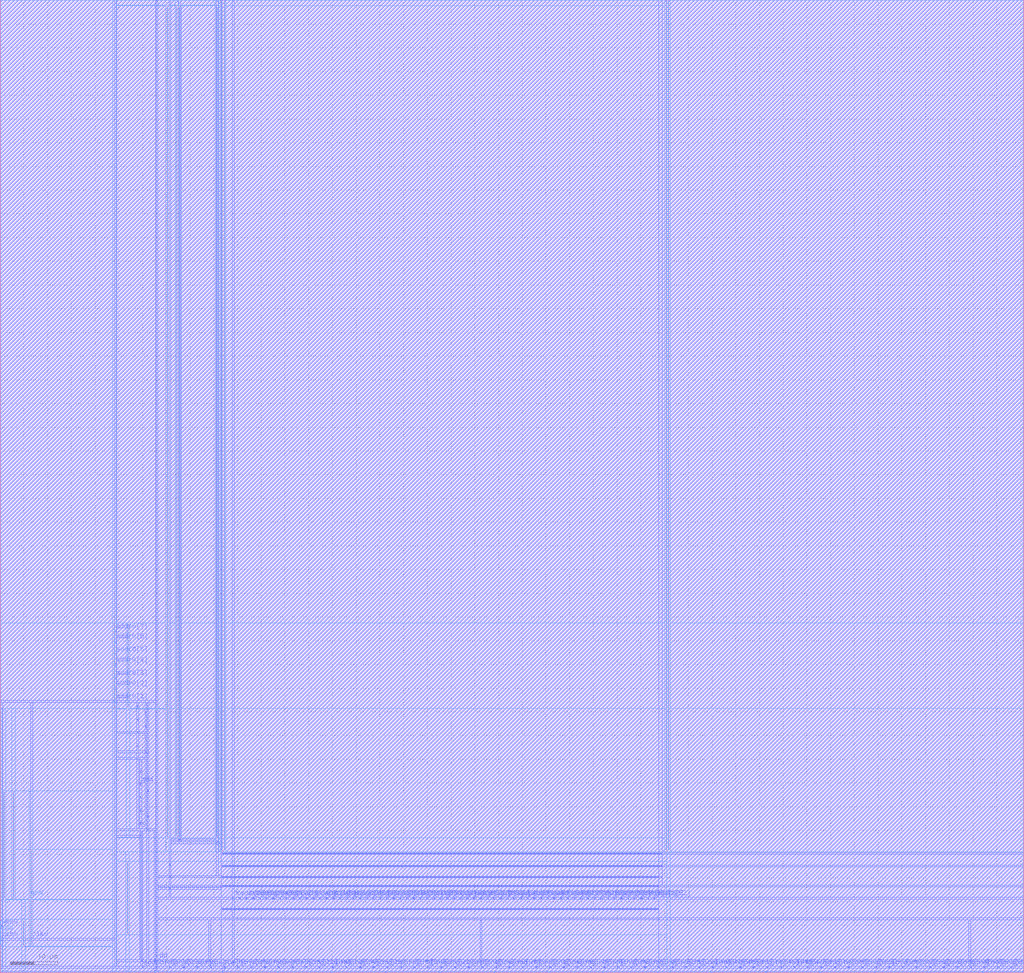
<source format=lef>
VERSION 5.4 ;
NAMESCASESENSITIVE ON ;
BUSBITCHARS "[]" ;
DIVIDERCHAR "/" ;
UNITS
  DATABASE MICRONS 2000 ;
END UNITS
MACRO freepdk45_sram_1rw0r_256x64
   CLASS BLOCK ;
   SIZE 215.705 BY 205.1375 ;
   SYMMETRY X Y R90 ;
   PIN din0[0]
      DIRECTION INPUT ;
      PORT
         LAYER metal3 ;
         RECT  32.88 1.105 33.015 1.24 ;
      END
   END din0[0]
   PIN din0[1]
      DIRECTION INPUT ;
      PORT
         LAYER metal3 ;
         RECT  35.74 1.105 35.875 1.24 ;
      END
   END din0[1]
   PIN din0[2]
      DIRECTION INPUT ;
      PORT
         LAYER metal3 ;
         RECT  38.6 1.105 38.735 1.24 ;
      END
   END din0[2]
   PIN din0[3]
      DIRECTION INPUT ;
      PORT
         LAYER metal3 ;
         RECT  41.46 1.105 41.595 1.24 ;
      END
   END din0[3]
   PIN din0[4]
      DIRECTION INPUT ;
      PORT
         LAYER metal3 ;
         RECT  44.32 1.105 44.455 1.24 ;
      END
   END din0[4]
   PIN din0[5]
      DIRECTION INPUT ;
      PORT
         LAYER metal3 ;
         RECT  47.18 1.105 47.315 1.24 ;
      END
   END din0[5]
   PIN din0[6]
      DIRECTION INPUT ;
      PORT
         LAYER metal3 ;
         RECT  50.04 1.105 50.175 1.24 ;
      END
   END din0[6]
   PIN din0[7]
      DIRECTION INPUT ;
      PORT
         LAYER metal3 ;
         RECT  52.9 1.105 53.035 1.24 ;
      END
   END din0[7]
   PIN din0[8]
      DIRECTION INPUT ;
      PORT
         LAYER metal3 ;
         RECT  55.76 1.105 55.895 1.24 ;
      END
   END din0[8]
   PIN din0[9]
      DIRECTION INPUT ;
      PORT
         LAYER metal3 ;
         RECT  58.62 1.105 58.755 1.24 ;
      END
   END din0[9]
   PIN din0[10]
      DIRECTION INPUT ;
      PORT
         LAYER metal3 ;
         RECT  61.48 1.105 61.615 1.24 ;
      END
   END din0[10]
   PIN din0[11]
      DIRECTION INPUT ;
      PORT
         LAYER metal3 ;
         RECT  64.34 1.105 64.475 1.24 ;
      END
   END din0[11]
   PIN din0[12]
      DIRECTION INPUT ;
      PORT
         LAYER metal3 ;
         RECT  67.2 1.105 67.335 1.24 ;
      END
   END din0[12]
   PIN din0[13]
      DIRECTION INPUT ;
      PORT
         LAYER metal3 ;
         RECT  70.06 1.105 70.195 1.24 ;
      END
   END din0[13]
   PIN din0[14]
      DIRECTION INPUT ;
      PORT
         LAYER metal3 ;
         RECT  72.92 1.105 73.055 1.24 ;
      END
   END din0[14]
   PIN din0[15]
      DIRECTION INPUT ;
      PORT
         LAYER metal3 ;
         RECT  75.78 1.105 75.915 1.24 ;
      END
   END din0[15]
   PIN din0[16]
      DIRECTION INPUT ;
      PORT
         LAYER metal3 ;
         RECT  78.64 1.105 78.775 1.24 ;
      END
   END din0[16]
   PIN din0[17]
      DIRECTION INPUT ;
      PORT
         LAYER metal3 ;
         RECT  81.5 1.105 81.635 1.24 ;
      END
   END din0[17]
   PIN din0[18]
      DIRECTION INPUT ;
      PORT
         LAYER metal3 ;
         RECT  84.36 1.105 84.495 1.24 ;
      END
   END din0[18]
   PIN din0[19]
      DIRECTION INPUT ;
      PORT
         LAYER metal3 ;
         RECT  87.22 1.105 87.355 1.24 ;
      END
   END din0[19]
   PIN din0[20]
      DIRECTION INPUT ;
      PORT
         LAYER metal3 ;
         RECT  90.08 1.105 90.215 1.24 ;
      END
   END din0[20]
   PIN din0[21]
      DIRECTION INPUT ;
      PORT
         LAYER metal3 ;
         RECT  92.94 1.105 93.075 1.24 ;
      END
   END din0[21]
   PIN din0[22]
      DIRECTION INPUT ;
      PORT
         LAYER metal3 ;
         RECT  95.8 1.105 95.935 1.24 ;
      END
   END din0[22]
   PIN din0[23]
      DIRECTION INPUT ;
      PORT
         LAYER metal3 ;
         RECT  98.66 1.105 98.795 1.24 ;
      END
   END din0[23]
   PIN din0[24]
      DIRECTION INPUT ;
      PORT
         LAYER metal3 ;
         RECT  101.52 1.105 101.655 1.24 ;
      END
   END din0[24]
   PIN din0[25]
      DIRECTION INPUT ;
      PORT
         LAYER metal3 ;
         RECT  104.38 1.105 104.515 1.24 ;
      END
   END din0[25]
   PIN din0[26]
      DIRECTION INPUT ;
      PORT
         LAYER metal3 ;
         RECT  107.24 1.105 107.375 1.24 ;
      END
   END din0[26]
   PIN din0[27]
      DIRECTION INPUT ;
      PORT
         LAYER metal3 ;
         RECT  110.1 1.105 110.235 1.24 ;
      END
   END din0[27]
   PIN din0[28]
      DIRECTION INPUT ;
      PORT
         LAYER metal3 ;
         RECT  112.96 1.105 113.095 1.24 ;
      END
   END din0[28]
   PIN din0[29]
      DIRECTION INPUT ;
      PORT
         LAYER metal3 ;
         RECT  115.82 1.105 115.955 1.24 ;
      END
   END din0[29]
   PIN din0[30]
      DIRECTION INPUT ;
      PORT
         LAYER metal3 ;
         RECT  118.68 1.105 118.815 1.24 ;
      END
   END din0[30]
   PIN din0[31]
      DIRECTION INPUT ;
      PORT
         LAYER metal3 ;
         RECT  121.54 1.105 121.675 1.24 ;
      END
   END din0[31]
   PIN din0[32]
      DIRECTION INPUT ;
      PORT
         LAYER metal3 ;
         RECT  124.4 1.105 124.535 1.24 ;
      END
   END din0[32]
   PIN din0[33]
      DIRECTION INPUT ;
      PORT
         LAYER metal3 ;
         RECT  127.26 1.105 127.395 1.24 ;
      END
   END din0[33]
   PIN din0[34]
      DIRECTION INPUT ;
      PORT
         LAYER metal3 ;
         RECT  130.12 1.105 130.255 1.24 ;
      END
   END din0[34]
   PIN din0[35]
      DIRECTION INPUT ;
      PORT
         LAYER metal3 ;
         RECT  132.98 1.105 133.115 1.24 ;
      END
   END din0[35]
   PIN din0[36]
      DIRECTION INPUT ;
      PORT
         LAYER metal3 ;
         RECT  135.84 1.105 135.975 1.24 ;
      END
   END din0[36]
   PIN din0[37]
      DIRECTION INPUT ;
      PORT
         LAYER metal3 ;
         RECT  138.7 1.105 138.835 1.24 ;
      END
   END din0[37]
   PIN din0[38]
      DIRECTION INPUT ;
      PORT
         LAYER metal3 ;
         RECT  141.56 1.105 141.695 1.24 ;
      END
   END din0[38]
   PIN din0[39]
      DIRECTION INPUT ;
      PORT
         LAYER metal3 ;
         RECT  144.42 1.105 144.555 1.24 ;
      END
   END din0[39]
   PIN din0[40]
      DIRECTION INPUT ;
      PORT
         LAYER metal3 ;
         RECT  147.28 1.105 147.415 1.24 ;
      END
   END din0[40]
   PIN din0[41]
      DIRECTION INPUT ;
      PORT
         LAYER metal3 ;
         RECT  150.14 1.105 150.275 1.24 ;
      END
   END din0[41]
   PIN din0[42]
      DIRECTION INPUT ;
      PORT
         LAYER metal3 ;
         RECT  153.0 1.105 153.135 1.24 ;
      END
   END din0[42]
   PIN din0[43]
      DIRECTION INPUT ;
      PORT
         LAYER metal3 ;
         RECT  155.86 1.105 155.995 1.24 ;
      END
   END din0[43]
   PIN din0[44]
      DIRECTION INPUT ;
      PORT
         LAYER metal3 ;
         RECT  158.72 1.105 158.855 1.24 ;
      END
   END din0[44]
   PIN din0[45]
      DIRECTION INPUT ;
      PORT
         LAYER metal3 ;
         RECT  161.58 1.105 161.715 1.24 ;
      END
   END din0[45]
   PIN din0[46]
      DIRECTION INPUT ;
      PORT
         LAYER metal3 ;
         RECT  164.44 1.105 164.575 1.24 ;
      END
   END din0[46]
   PIN din0[47]
      DIRECTION INPUT ;
      PORT
         LAYER metal3 ;
         RECT  167.3 1.105 167.435 1.24 ;
      END
   END din0[47]
   PIN din0[48]
      DIRECTION INPUT ;
      PORT
         LAYER metal3 ;
         RECT  170.16 1.105 170.295 1.24 ;
      END
   END din0[48]
   PIN din0[49]
      DIRECTION INPUT ;
      PORT
         LAYER metal3 ;
         RECT  173.02 1.105 173.155 1.24 ;
      END
   END din0[49]
   PIN din0[50]
      DIRECTION INPUT ;
      PORT
         LAYER metal3 ;
         RECT  175.88 1.105 176.015 1.24 ;
      END
   END din0[50]
   PIN din0[51]
      DIRECTION INPUT ;
      PORT
         LAYER metal3 ;
         RECT  178.74 1.105 178.875 1.24 ;
      END
   END din0[51]
   PIN din0[52]
      DIRECTION INPUT ;
      PORT
         LAYER metal3 ;
         RECT  181.6 1.105 181.735 1.24 ;
      END
   END din0[52]
   PIN din0[53]
      DIRECTION INPUT ;
      PORT
         LAYER metal3 ;
         RECT  184.46 1.105 184.595 1.24 ;
      END
   END din0[53]
   PIN din0[54]
      DIRECTION INPUT ;
      PORT
         LAYER metal3 ;
         RECT  187.32 1.105 187.455 1.24 ;
      END
   END din0[54]
   PIN din0[55]
      DIRECTION INPUT ;
      PORT
         LAYER metal3 ;
         RECT  190.18 1.105 190.315 1.24 ;
      END
   END din0[55]
   PIN din0[56]
      DIRECTION INPUT ;
      PORT
         LAYER metal3 ;
         RECT  193.04 1.105 193.175 1.24 ;
      END
   END din0[56]
   PIN din0[57]
      DIRECTION INPUT ;
      PORT
         LAYER metal3 ;
         RECT  195.9 1.105 196.035 1.24 ;
      END
   END din0[57]
   PIN din0[58]
      DIRECTION INPUT ;
      PORT
         LAYER metal3 ;
         RECT  198.76 1.105 198.895 1.24 ;
      END
   END din0[58]
   PIN din0[59]
      DIRECTION INPUT ;
      PORT
         LAYER metal3 ;
         RECT  201.62 1.105 201.755 1.24 ;
      END
   END din0[59]
   PIN din0[60]
      DIRECTION INPUT ;
      PORT
         LAYER metal3 ;
         RECT  204.48 1.105 204.615 1.24 ;
      END
   END din0[60]
   PIN din0[61]
      DIRECTION INPUT ;
      PORT
         LAYER metal3 ;
         RECT  207.34 1.105 207.475 1.24 ;
      END
   END din0[61]
   PIN din0[62]
      DIRECTION INPUT ;
      PORT
         LAYER metal3 ;
         RECT  210.2 1.105 210.335 1.24 ;
      END
   END din0[62]
   PIN din0[63]
      DIRECTION INPUT ;
      PORT
         LAYER metal3 ;
         RECT  213.06 1.105 213.195 1.24 ;
      END
   END din0[63]
   PIN addr0[0]
      DIRECTION INPUT ;
      PORT
         LAYER metal3 ;
         RECT  30.02 1.105 30.155 1.24 ;
      END
   END addr0[0]
   PIN addr0[1]
      DIRECTION INPUT ;
      PORT
         LAYER metal3 ;
         RECT  24.3 57.125 24.435 57.26 ;
      END
   END addr0[1]
   PIN addr0[2]
      DIRECTION INPUT ;
      PORT
         LAYER metal3 ;
         RECT  24.3 59.855 24.435 59.99 ;
      END
   END addr0[2]
   PIN addr0[3]
      DIRECTION INPUT ;
      PORT
         LAYER metal3 ;
         RECT  24.3 62.065 24.435 62.2 ;
      END
   END addr0[3]
   PIN addr0[4]
      DIRECTION INPUT ;
      PORT
         LAYER metal3 ;
         RECT  24.3 64.795 24.435 64.93 ;
      END
   END addr0[4]
   PIN addr0[5]
      DIRECTION INPUT ;
      PORT
         LAYER metal3 ;
         RECT  24.3 67.005 24.435 67.14 ;
      END
   END addr0[5]
   PIN addr0[6]
      DIRECTION INPUT ;
      PORT
         LAYER metal3 ;
         RECT  24.3 69.735 24.435 69.87 ;
      END
   END addr0[6]
   PIN addr0[7]
      DIRECTION INPUT ;
      PORT
         LAYER metal3 ;
         RECT  24.3 71.945 24.435 72.08 ;
      END
   END addr0[7]
   PIN csb0
      DIRECTION INPUT ;
      PORT
         LAYER metal3 ;
         RECT  0.285 6.945 0.42 7.08 ;
      END
   END csb0
   PIN web0
      DIRECTION INPUT ;
      PORT
         LAYER metal3 ;
         RECT  0.285 9.675 0.42 9.81 ;
      END
   END web0
   PIN clk0
      DIRECTION INPUT ;
      PORT
         LAYER metal3 ;
         RECT  6.5275 7.03 6.6625 7.165 ;
      END
   END clk0
   PIN dout0[0]
      DIRECTION OUTPUT ;
      PORT
         LAYER metal3 ;
         RECT  49.0025 15.6375 49.1375 15.7725 ;
      END
   END dout0[0]
   PIN dout0[1]
      DIRECTION OUTPUT ;
      PORT
         LAYER metal3 ;
         RECT  50.4125 15.6375 50.5475 15.7725 ;
      END
   END dout0[1]
   PIN dout0[2]
      DIRECTION OUTPUT ;
      PORT
         LAYER metal3 ;
         RECT  51.8225 15.6375 51.9575 15.7725 ;
      END
   END dout0[2]
   PIN dout0[3]
      DIRECTION OUTPUT ;
      PORT
         LAYER metal3 ;
         RECT  53.2325 15.6375 53.3675 15.7725 ;
      END
   END dout0[3]
   PIN dout0[4]
      DIRECTION OUTPUT ;
      PORT
         LAYER metal3 ;
         RECT  54.6425 15.6375 54.7775 15.7725 ;
      END
   END dout0[4]
   PIN dout0[5]
      DIRECTION OUTPUT ;
      PORT
         LAYER metal3 ;
         RECT  56.0525 15.6375 56.1875 15.7725 ;
      END
   END dout0[5]
   PIN dout0[6]
      DIRECTION OUTPUT ;
      PORT
         LAYER metal3 ;
         RECT  57.4625 15.6375 57.5975 15.7725 ;
      END
   END dout0[6]
   PIN dout0[7]
      DIRECTION OUTPUT ;
      PORT
         LAYER metal3 ;
         RECT  58.8725 15.6375 59.0075 15.7725 ;
      END
   END dout0[7]
   PIN dout0[8]
      DIRECTION OUTPUT ;
      PORT
         LAYER metal3 ;
         RECT  60.2825 15.6375 60.4175 15.7725 ;
      END
   END dout0[8]
   PIN dout0[9]
      DIRECTION OUTPUT ;
      PORT
         LAYER metal3 ;
         RECT  61.6925 15.6375 61.8275 15.7725 ;
      END
   END dout0[9]
   PIN dout0[10]
      DIRECTION OUTPUT ;
      PORT
         LAYER metal3 ;
         RECT  63.1025 15.6375 63.2375 15.7725 ;
      END
   END dout0[10]
   PIN dout0[11]
      DIRECTION OUTPUT ;
      PORT
         LAYER metal3 ;
         RECT  64.5125 15.6375 64.6475 15.7725 ;
      END
   END dout0[11]
   PIN dout0[12]
      DIRECTION OUTPUT ;
      PORT
         LAYER metal3 ;
         RECT  65.9225 15.6375 66.0575 15.7725 ;
      END
   END dout0[12]
   PIN dout0[13]
      DIRECTION OUTPUT ;
      PORT
         LAYER metal3 ;
         RECT  67.3325 15.6375 67.4675 15.7725 ;
      END
   END dout0[13]
   PIN dout0[14]
      DIRECTION OUTPUT ;
      PORT
         LAYER metal3 ;
         RECT  68.7425 15.6375 68.8775 15.7725 ;
      END
   END dout0[14]
   PIN dout0[15]
      DIRECTION OUTPUT ;
      PORT
         LAYER metal3 ;
         RECT  70.1525 15.6375 70.2875 15.7725 ;
      END
   END dout0[15]
   PIN dout0[16]
      DIRECTION OUTPUT ;
      PORT
         LAYER metal3 ;
         RECT  71.5625 15.6375 71.6975 15.7725 ;
      END
   END dout0[16]
   PIN dout0[17]
      DIRECTION OUTPUT ;
      PORT
         LAYER metal3 ;
         RECT  72.9725 15.6375 73.1075 15.7725 ;
      END
   END dout0[17]
   PIN dout0[18]
      DIRECTION OUTPUT ;
      PORT
         LAYER metal3 ;
         RECT  74.3825 15.6375 74.5175 15.7725 ;
      END
   END dout0[18]
   PIN dout0[19]
      DIRECTION OUTPUT ;
      PORT
         LAYER metal3 ;
         RECT  75.7925 15.6375 75.9275 15.7725 ;
      END
   END dout0[19]
   PIN dout0[20]
      DIRECTION OUTPUT ;
      PORT
         LAYER metal3 ;
         RECT  77.2025 15.6375 77.3375 15.7725 ;
      END
   END dout0[20]
   PIN dout0[21]
      DIRECTION OUTPUT ;
      PORT
         LAYER metal3 ;
         RECT  78.6125 15.6375 78.7475 15.7725 ;
      END
   END dout0[21]
   PIN dout0[22]
      DIRECTION OUTPUT ;
      PORT
         LAYER metal3 ;
         RECT  80.0225 15.6375 80.1575 15.7725 ;
      END
   END dout0[22]
   PIN dout0[23]
      DIRECTION OUTPUT ;
      PORT
         LAYER metal3 ;
         RECT  81.4325 15.6375 81.5675 15.7725 ;
      END
   END dout0[23]
   PIN dout0[24]
      DIRECTION OUTPUT ;
      PORT
         LAYER metal3 ;
         RECT  82.8425 15.6375 82.9775 15.7725 ;
      END
   END dout0[24]
   PIN dout0[25]
      DIRECTION OUTPUT ;
      PORT
         LAYER metal3 ;
         RECT  84.2525 15.6375 84.3875 15.7725 ;
      END
   END dout0[25]
   PIN dout0[26]
      DIRECTION OUTPUT ;
      PORT
         LAYER metal3 ;
         RECT  85.6625 15.6375 85.7975 15.7725 ;
      END
   END dout0[26]
   PIN dout0[27]
      DIRECTION OUTPUT ;
      PORT
         LAYER metal3 ;
         RECT  87.0725 15.6375 87.2075 15.7725 ;
      END
   END dout0[27]
   PIN dout0[28]
      DIRECTION OUTPUT ;
      PORT
         LAYER metal3 ;
         RECT  88.4825 15.6375 88.6175 15.7725 ;
      END
   END dout0[28]
   PIN dout0[29]
      DIRECTION OUTPUT ;
      PORT
         LAYER metal3 ;
         RECT  89.8925 15.6375 90.0275 15.7725 ;
      END
   END dout0[29]
   PIN dout0[30]
      DIRECTION OUTPUT ;
      PORT
         LAYER metal3 ;
         RECT  91.3025 15.6375 91.4375 15.7725 ;
      END
   END dout0[30]
   PIN dout0[31]
      DIRECTION OUTPUT ;
      PORT
         LAYER metal3 ;
         RECT  92.7125 15.6375 92.8475 15.7725 ;
      END
   END dout0[31]
   PIN dout0[32]
      DIRECTION OUTPUT ;
      PORT
         LAYER metal3 ;
         RECT  94.1225 15.6375 94.2575 15.7725 ;
      END
   END dout0[32]
   PIN dout0[33]
      DIRECTION OUTPUT ;
      PORT
         LAYER metal3 ;
         RECT  95.5325 15.6375 95.6675 15.7725 ;
      END
   END dout0[33]
   PIN dout0[34]
      DIRECTION OUTPUT ;
      PORT
         LAYER metal3 ;
         RECT  96.9425 15.6375 97.0775 15.7725 ;
      END
   END dout0[34]
   PIN dout0[35]
      DIRECTION OUTPUT ;
      PORT
         LAYER metal3 ;
         RECT  98.3525 15.6375 98.4875 15.7725 ;
      END
   END dout0[35]
   PIN dout0[36]
      DIRECTION OUTPUT ;
      PORT
         LAYER metal3 ;
         RECT  99.7625 15.6375 99.8975 15.7725 ;
      END
   END dout0[36]
   PIN dout0[37]
      DIRECTION OUTPUT ;
      PORT
         LAYER metal3 ;
         RECT  101.1725 15.6375 101.3075 15.7725 ;
      END
   END dout0[37]
   PIN dout0[38]
      DIRECTION OUTPUT ;
      PORT
         LAYER metal3 ;
         RECT  102.5825 15.6375 102.7175 15.7725 ;
      END
   END dout0[38]
   PIN dout0[39]
      DIRECTION OUTPUT ;
      PORT
         LAYER metal3 ;
         RECT  103.9925 15.6375 104.1275 15.7725 ;
      END
   END dout0[39]
   PIN dout0[40]
      DIRECTION OUTPUT ;
      PORT
         LAYER metal3 ;
         RECT  105.4025 15.6375 105.5375 15.7725 ;
      END
   END dout0[40]
   PIN dout0[41]
      DIRECTION OUTPUT ;
      PORT
         LAYER metal3 ;
         RECT  106.8125 15.6375 106.9475 15.7725 ;
      END
   END dout0[41]
   PIN dout0[42]
      DIRECTION OUTPUT ;
      PORT
         LAYER metal3 ;
         RECT  108.2225 15.6375 108.3575 15.7725 ;
      END
   END dout0[42]
   PIN dout0[43]
      DIRECTION OUTPUT ;
      PORT
         LAYER metal3 ;
         RECT  109.6325 15.6375 109.7675 15.7725 ;
      END
   END dout0[43]
   PIN dout0[44]
      DIRECTION OUTPUT ;
      PORT
         LAYER metal3 ;
         RECT  111.0425 15.6375 111.1775 15.7725 ;
      END
   END dout0[44]
   PIN dout0[45]
      DIRECTION OUTPUT ;
      PORT
         LAYER metal3 ;
         RECT  112.4525 15.6375 112.5875 15.7725 ;
      END
   END dout0[45]
   PIN dout0[46]
      DIRECTION OUTPUT ;
      PORT
         LAYER metal3 ;
         RECT  113.8625 15.6375 113.9975 15.7725 ;
      END
   END dout0[46]
   PIN dout0[47]
      DIRECTION OUTPUT ;
      PORT
         LAYER metal3 ;
         RECT  115.2725 15.6375 115.4075 15.7725 ;
      END
   END dout0[47]
   PIN dout0[48]
      DIRECTION OUTPUT ;
      PORT
         LAYER metal3 ;
         RECT  116.6825 15.6375 116.8175 15.7725 ;
      END
   END dout0[48]
   PIN dout0[49]
      DIRECTION OUTPUT ;
      PORT
         LAYER metal3 ;
         RECT  118.0925 15.6375 118.2275 15.7725 ;
      END
   END dout0[49]
   PIN dout0[50]
      DIRECTION OUTPUT ;
      PORT
         LAYER metal3 ;
         RECT  119.5025 15.6375 119.6375 15.7725 ;
      END
   END dout0[50]
   PIN dout0[51]
      DIRECTION OUTPUT ;
      PORT
         LAYER metal3 ;
         RECT  120.9125 15.6375 121.0475 15.7725 ;
      END
   END dout0[51]
   PIN dout0[52]
      DIRECTION OUTPUT ;
      PORT
         LAYER metal3 ;
         RECT  122.3225 15.6375 122.4575 15.7725 ;
      END
   END dout0[52]
   PIN dout0[53]
      DIRECTION OUTPUT ;
      PORT
         LAYER metal3 ;
         RECT  123.7325 15.6375 123.8675 15.7725 ;
      END
   END dout0[53]
   PIN dout0[54]
      DIRECTION OUTPUT ;
      PORT
         LAYER metal3 ;
         RECT  125.1425 15.6375 125.2775 15.7725 ;
      END
   END dout0[54]
   PIN dout0[55]
      DIRECTION OUTPUT ;
      PORT
         LAYER metal3 ;
         RECT  126.5525 15.6375 126.6875 15.7725 ;
      END
   END dout0[55]
   PIN dout0[56]
      DIRECTION OUTPUT ;
      PORT
         LAYER metal3 ;
         RECT  127.9625 15.6375 128.0975 15.7725 ;
      END
   END dout0[56]
   PIN dout0[57]
      DIRECTION OUTPUT ;
      PORT
         LAYER metal3 ;
         RECT  129.3725 15.6375 129.5075 15.7725 ;
      END
   END dout0[57]
   PIN dout0[58]
      DIRECTION OUTPUT ;
      PORT
         LAYER metal3 ;
         RECT  130.7825 15.6375 130.9175 15.7725 ;
      END
   END dout0[58]
   PIN dout0[59]
      DIRECTION OUTPUT ;
      PORT
         LAYER metal3 ;
         RECT  132.1925 15.6375 132.3275 15.7725 ;
      END
   END dout0[59]
   PIN dout0[60]
      DIRECTION OUTPUT ;
      PORT
         LAYER metal3 ;
         RECT  133.6025 15.6375 133.7375 15.7725 ;
      END
   END dout0[60]
   PIN dout0[61]
      DIRECTION OUTPUT ;
      PORT
         LAYER metal3 ;
         RECT  135.0125 15.6375 135.1475 15.7725 ;
      END
   END dout0[61]
   PIN dout0[62]
      DIRECTION OUTPUT ;
      PORT
         LAYER metal3 ;
         RECT  136.4225 15.6375 136.5575 15.7725 ;
      END
   END dout0[62]
   PIN dout0[63]
      DIRECTION OUTPUT ;
      PORT
         LAYER metal3 ;
         RECT  137.8325 15.6375 137.9675 15.7725 ;
      END
   END dout0[63]
   PIN vdd
      DIRECTION INOUT ;
      USE POWER ; 
      SHAPE ABUTMENT ; 
      PORT
         LAYER metal3 ;
         RECT  46.7575 11.3325 138.6375 11.4025 ;
         LAYER metal3 ;
         RECT  44.0375 2.47 44.1725 2.605 ;
         LAYER metal3 ;
         RECT  101.2375 2.47 101.3725 2.605 ;
         LAYER metal4 ;
         RECT  24.015 56.0175 24.155 73.5125 ;
         LAYER metal3 ;
         RECT  135.5575 2.47 135.6925 2.605 ;
         LAYER metal4 ;
         RECT  140.775 25.8075 140.915 204.8725 ;
         LAYER metal3 ;
         RECT  31.0225 30.085 31.1575 30.22 ;
         LAYER metal3 ;
         RECT  30.6775 46.465 30.8125 46.6 ;
         LAYER metal3 ;
         RECT  55.4775 2.47 55.6125 2.605 ;
         LAYER metal3 ;
         RECT  46.7575 18.26 138.6375 18.33 ;
         LAYER metal3 ;
         RECT  35.705 20.215 35.84 20.35 ;
         LAYER metal3 ;
         RECT  30.6775 49.195 30.8125 49.33 ;
         LAYER metal3 ;
         RECT  204.1975 2.47 204.3325 2.605 ;
         LAYER metal3 ;
         RECT  31.0225 38.275 31.1575 38.41 ;
         LAYER metal3 ;
         RECT  31.0225 41.005 31.1575 41.14 ;
         LAYER metal3 ;
         RECT  46.7575 25.1125 139.3425 25.1825 ;
         LAYER metal4 ;
         RECT  0.6875 15.685 0.8275 38.0875 ;
         LAYER metal3 ;
         RECT  124.1175 2.47 124.2525 2.605 ;
         LAYER metal4 ;
         RECT  45.61 28.7175 45.75 203.5775 ;
         LAYER metal3 ;
         RECT  30.6775 51.925 30.8125 52.06 ;
         LAYER metal3 ;
         RECT  169.8775 2.47 170.0125 2.605 ;
         LAYER metal3 ;
         RECT  45.6125 27.355 45.7475 27.49 ;
         LAYER metal3 ;
         RECT  29.7375 2.47 29.8725 2.605 ;
         LAYER metal3 ;
         RECT  78.3575 2.47 78.4925 2.605 ;
         LAYER metal3 ;
         RECT  158.4375 2.47 158.5725 2.605 ;
         LAYER metal3 ;
         RECT  89.7975 2.47 89.9325 2.605 ;
         LAYER metal3 ;
         RECT  66.9175 2.47 67.0525 2.605 ;
         LAYER metal3 ;
         RECT  37.755 28.0125 37.89 28.1475 ;
         LAYER metal3 ;
         RECT  30.6775 54.655 30.8125 54.79 ;
         LAYER metal3 ;
         RECT  181.3175 2.47 181.4525 2.605 ;
         LAYER metal3 ;
         RECT  112.6775 2.47 112.8125 2.605 ;
         LAYER metal3 ;
         RECT  31.0225 32.815 31.1575 32.95 ;
         LAYER metal4 ;
         RECT  26.735 8.3075 26.875 23.2675 ;
         LAYER metal3 ;
         RECT  192.7575 2.47 192.8925 2.605 ;
         LAYER metal4 ;
         RECT  37.135 28.7175 37.275 203.6475 ;
         LAYER metal4 ;
         RECT  46.69 25.8075 46.83 204.8725 ;
         LAYER metal3 ;
         RECT  146.9975 2.47 147.1325 2.605 ;
         LAYER metal4 ;
         RECT  0.0 5.8375 0.14 10.9175 ;
         LAYER metal3 ;
         RECT  32.5975 2.47 32.7325 2.605 ;
      END
   END vdd
   PIN gnd
      DIRECTION INOUT ;
      USE GROUND ; 
      SHAPE ABUTMENT ; 
      PORT
         LAYER metal3 ;
         RECT  28.87 50.56 29.005 50.695 ;
         LAYER metal3 ;
         RECT  28.87 47.83 29.005 47.965 ;
         LAYER metal3 ;
         RECT  46.7575 20.1525 138.6725 20.2225 ;
         LAYER metal3 ;
         RECT  29.495 28.72 29.63 28.855 ;
         LAYER metal3 ;
         RECT  46.8975 0.0 47.0325 0.135 ;
         LAYER metal3 ;
         RECT  138.4175 0.0 138.5525 0.135 ;
         LAYER metal3 ;
         RECT  81.2175 0.0 81.3525 0.135 ;
         LAYER metal4 ;
         RECT  47.15 25.8075 47.29 204.8725 ;
         LAYER metal3 ;
         RECT  161.2975 0.0 161.4325 0.135 ;
         LAYER metal3 ;
         RECT  28.87 56.02 29.005 56.155 ;
         LAYER metal3 ;
         RECT  207.0575 0.0 207.1925 0.135 ;
         LAYER metal3 ;
         RECT  35.4575 0.0 35.5925 0.135 ;
         LAYER metal3 ;
         RECT  184.1775 0.0 184.3125 0.135 ;
         LAYER metal4 ;
         RECT  140.315 25.8075 140.455 204.8725 ;
         LAYER metal3 ;
         RECT  172.7375 0.0 172.8725 0.135 ;
         LAYER metal3 ;
         RECT  126.9775 0.0 127.1125 0.135 ;
         LAYER metal3 ;
         RECT  58.3375 0.0 58.4725 0.135 ;
         LAYER metal3 ;
         RECT  92.6575 0.0 92.7925 0.135 ;
         LAYER metal3 ;
         RECT  35.705 17.745 35.84 17.88 ;
         LAYER metal4 ;
         RECT  2.75 15.7175 2.89 38.12 ;
         LAYER metal3 ;
         RECT  104.0975 0.0 104.2325 0.135 ;
         LAYER metal3 ;
         RECT  69.7775 0.0 69.9125 0.135 ;
         LAYER metal3 ;
         RECT  28.87 45.1 29.005 45.235 ;
         LAYER metal3 ;
         RECT  195.6175 0.0 195.7525 0.135 ;
         LAYER metal3 ;
         RECT  29.495 31.45 29.63 31.585 ;
         LAYER metal3 ;
         RECT  46.7575 22.4925 139.375 22.5625 ;
         LAYER metal4 ;
         RECT  35.2 28.685 35.34 203.6475 ;
         LAYER metal3 ;
         RECT  149.8575 0.0 149.9925 0.135 ;
         LAYER metal3 ;
         RECT  29.495 34.18 29.63 34.315 ;
         LAYER metal4 ;
         RECT  37.695 28.685 37.835 203.61 ;
         LAYER metal3 ;
         RECT  32.5975 0.0 32.7325 0.135 ;
         LAYER metal4 ;
         RECT  4.845 5.7725 4.985 10.9825 ;
         LAYER metal4 ;
         RECT  26.875 55.9525 27.015 73.4475 ;
         LAYER metal3 ;
         RECT  46.7575 13.3825 138.6375 13.4525 ;
         LAYER metal3 ;
         RECT  35.705 22.685 35.84 22.82 ;
         LAYER metal3 ;
         RECT  115.5375 0.0 115.6725 0.135 ;
         LAYER metal4 ;
         RECT  6.385 5.8375 6.525 25.7375 ;
         LAYER metal3 ;
         RECT  29.495 36.91 29.63 37.045 ;
         LAYER metal3 ;
         RECT  29.495 42.37 29.63 42.505 ;
         LAYER metal3 ;
         RECT  28.87 53.29 29.005 53.425 ;
         LAYER metal3 ;
         RECT  29.495 39.64 29.63 39.775 ;
      END
   END gnd
   OBS
   LAYER  metal1 ;
      RECT  0.14 0.14 215.565 204.9975 ;
   LAYER  metal2 ;
      RECT  0.14 0.14 215.565 204.9975 ;
   LAYER  metal3 ;
      RECT  33.155 0.965 35.6 1.38 ;
      RECT  36.015 0.965 38.46 1.38 ;
      RECT  38.875 0.965 41.32 1.38 ;
      RECT  41.735 0.965 44.18 1.38 ;
      RECT  44.595 0.965 47.04 1.38 ;
      RECT  47.455 0.965 49.9 1.38 ;
      RECT  50.315 0.965 52.76 1.38 ;
      RECT  53.175 0.965 55.62 1.38 ;
      RECT  56.035 0.965 58.48 1.38 ;
      RECT  58.895 0.965 61.34 1.38 ;
      RECT  61.755 0.965 64.2 1.38 ;
      RECT  64.615 0.965 67.06 1.38 ;
      RECT  67.475 0.965 69.92 1.38 ;
      RECT  70.335 0.965 72.78 1.38 ;
      RECT  73.195 0.965 75.64 1.38 ;
      RECT  76.055 0.965 78.5 1.38 ;
      RECT  78.915 0.965 81.36 1.38 ;
      RECT  81.775 0.965 84.22 1.38 ;
      RECT  84.635 0.965 87.08 1.38 ;
      RECT  87.495 0.965 89.94 1.38 ;
      RECT  90.355 0.965 92.8 1.38 ;
      RECT  93.215 0.965 95.66 1.38 ;
      RECT  96.075 0.965 98.52 1.38 ;
      RECT  98.935 0.965 101.38 1.38 ;
      RECT  101.795 0.965 104.24 1.38 ;
      RECT  104.655 0.965 107.1 1.38 ;
      RECT  107.515 0.965 109.96 1.38 ;
      RECT  110.375 0.965 112.82 1.38 ;
      RECT  113.235 0.965 115.68 1.38 ;
      RECT  116.095 0.965 118.54 1.38 ;
      RECT  118.955 0.965 121.4 1.38 ;
      RECT  121.815 0.965 124.26 1.38 ;
      RECT  124.675 0.965 127.12 1.38 ;
      RECT  127.535 0.965 129.98 1.38 ;
      RECT  130.395 0.965 132.84 1.38 ;
      RECT  133.255 0.965 135.7 1.38 ;
      RECT  136.115 0.965 138.56 1.38 ;
      RECT  138.975 0.965 141.42 1.38 ;
      RECT  141.835 0.965 144.28 1.38 ;
      RECT  144.695 0.965 147.14 1.38 ;
      RECT  147.555 0.965 150.0 1.38 ;
      RECT  150.415 0.965 152.86 1.38 ;
      RECT  153.275 0.965 155.72 1.38 ;
      RECT  156.135 0.965 158.58 1.38 ;
      RECT  158.995 0.965 161.44 1.38 ;
      RECT  161.855 0.965 164.3 1.38 ;
      RECT  164.715 0.965 167.16 1.38 ;
      RECT  167.575 0.965 170.02 1.38 ;
      RECT  170.435 0.965 172.88 1.38 ;
      RECT  173.295 0.965 175.74 1.38 ;
      RECT  176.155 0.965 178.6 1.38 ;
      RECT  179.015 0.965 181.46 1.38 ;
      RECT  181.875 0.965 184.32 1.38 ;
      RECT  184.735 0.965 187.18 1.38 ;
      RECT  187.595 0.965 190.04 1.38 ;
      RECT  190.455 0.965 192.9 1.38 ;
      RECT  193.315 0.965 195.76 1.38 ;
      RECT  196.175 0.965 198.62 1.38 ;
      RECT  199.035 0.965 201.48 1.38 ;
      RECT  201.895 0.965 204.34 1.38 ;
      RECT  204.755 0.965 207.2 1.38 ;
      RECT  207.615 0.965 210.06 1.38 ;
      RECT  210.475 0.965 212.92 1.38 ;
      RECT  213.335 0.965 215.565 1.38 ;
      RECT  0.14 0.965 29.88 1.38 ;
      RECT  30.295 0.965 32.74 1.38 ;
      RECT  0.14 56.985 24.16 57.4 ;
      RECT  0.14 57.4 24.16 204.9975 ;
      RECT  24.16 1.38 24.575 56.985 ;
      RECT  24.575 56.985 32.74 57.4 ;
      RECT  24.575 57.4 32.74 204.9975 ;
      RECT  24.16 57.4 24.575 59.715 ;
      RECT  24.16 60.13 24.575 61.925 ;
      RECT  24.16 62.34 24.575 64.655 ;
      RECT  24.16 65.07 24.575 66.865 ;
      RECT  24.16 67.28 24.575 69.595 ;
      RECT  24.16 70.01 24.575 71.805 ;
      RECT  24.16 72.22 24.575 204.9975 ;
      RECT  0.14 1.38 0.145 6.805 ;
      RECT  0.14 6.805 0.145 7.22 ;
      RECT  0.14 7.22 0.145 56.985 ;
      RECT  0.145 1.38 0.56 6.805 ;
      RECT  0.56 1.38 24.16 6.805 ;
      RECT  0.145 7.22 0.56 9.535 ;
      RECT  0.145 9.95 0.56 56.985 ;
      RECT  0.56 6.805 6.3875 6.89 ;
      RECT  0.56 6.89 6.3875 7.22 ;
      RECT  6.3875 6.805 6.8025 6.89 ;
      RECT  6.8025 6.805 24.16 6.89 ;
      RECT  6.8025 6.89 24.16 7.22 ;
      RECT  0.56 7.22 6.3875 7.305 ;
      RECT  0.56 7.305 6.3875 56.985 ;
      RECT  6.3875 7.305 6.8025 56.985 ;
      RECT  6.8025 7.22 24.16 7.305 ;
      RECT  6.8025 7.305 24.16 56.985 ;
      RECT  33.155 15.4975 48.8625 15.9125 ;
      RECT  49.2775 15.4975 50.2725 15.9125 ;
      RECT  50.6875 15.4975 51.6825 15.9125 ;
      RECT  52.0975 15.4975 53.0925 15.9125 ;
      RECT  53.5075 15.4975 54.5025 15.9125 ;
      RECT  54.9175 15.4975 55.9125 15.9125 ;
      RECT  56.3275 15.4975 57.3225 15.9125 ;
      RECT  57.7375 15.4975 58.7325 15.9125 ;
      RECT  59.1475 15.4975 60.1425 15.9125 ;
      RECT  60.5575 15.4975 61.5525 15.9125 ;
      RECT  61.9675 15.4975 62.9625 15.9125 ;
      RECT  63.3775 15.4975 64.3725 15.9125 ;
      RECT  64.7875 15.4975 65.7825 15.9125 ;
      RECT  66.1975 15.4975 67.1925 15.9125 ;
      RECT  67.6075 15.4975 68.6025 15.9125 ;
      RECT  69.0175 15.4975 70.0125 15.9125 ;
      RECT  70.4275 15.4975 71.4225 15.9125 ;
      RECT  71.8375 15.4975 72.8325 15.9125 ;
      RECT  73.2475 15.4975 74.2425 15.9125 ;
      RECT  74.6575 15.4975 75.6525 15.9125 ;
      RECT  76.0675 15.4975 77.0625 15.9125 ;
      RECT  77.4775 15.4975 78.4725 15.9125 ;
      RECT  78.8875 15.4975 79.8825 15.9125 ;
      RECT  80.2975 15.4975 81.2925 15.9125 ;
      RECT  81.7075 15.4975 82.7025 15.9125 ;
      RECT  83.1175 15.4975 84.1125 15.9125 ;
      RECT  84.5275 15.4975 85.5225 15.9125 ;
      RECT  85.9375 15.4975 86.9325 15.9125 ;
      RECT  87.3475 15.4975 88.3425 15.9125 ;
      RECT  88.7575 15.4975 89.7525 15.9125 ;
      RECT  90.1675 15.4975 91.1625 15.9125 ;
      RECT  91.5775 15.4975 92.5725 15.9125 ;
      RECT  92.9875 15.4975 93.9825 15.9125 ;
      RECT  94.3975 15.4975 95.3925 15.9125 ;
      RECT  95.8075 15.4975 96.8025 15.9125 ;
      RECT  97.2175 15.4975 98.2125 15.9125 ;
      RECT  98.6275 15.4975 99.6225 15.9125 ;
      RECT  100.0375 15.4975 101.0325 15.9125 ;
      RECT  101.4475 15.4975 102.4425 15.9125 ;
      RECT  102.8575 15.4975 103.8525 15.9125 ;
      RECT  104.2675 15.4975 105.2625 15.9125 ;
      RECT  105.6775 15.4975 106.6725 15.9125 ;
      RECT  107.0875 15.4975 108.0825 15.9125 ;
      RECT  108.4975 15.4975 109.4925 15.9125 ;
      RECT  109.9075 15.4975 110.9025 15.9125 ;
      RECT  111.3175 15.4975 112.3125 15.9125 ;
      RECT  112.7275 15.4975 113.7225 15.9125 ;
      RECT  114.1375 15.4975 115.1325 15.9125 ;
      RECT  115.5475 15.4975 116.5425 15.9125 ;
      RECT  116.9575 15.4975 117.9525 15.9125 ;
      RECT  118.3675 15.4975 119.3625 15.9125 ;
      RECT  119.7775 15.4975 120.7725 15.9125 ;
      RECT  121.1875 15.4975 122.1825 15.9125 ;
      RECT  122.5975 15.4975 123.5925 15.9125 ;
      RECT  124.0075 15.4975 125.0025 15.9125 ;
      RECT  125.4175 15.4975 126.4125 15.9125 ;
      RECT  126.8275 15.4975 127.8225 15.9125 ;
      RECT  128.2375 15.4975 129.2325 15.9125 ;
      RECT  129.6475 15.4975 130.6425 15.9125 ;
      RECT  131.0575 15.4975 132.0525 15.9125 ;
      RECT  132.4675 15.4975 133.4625 15.9125 ;
      RECT  133.8775 15.4975 134.8725 15.9125 ;
      RECT  135.2875 15.4975 136.2825 15.9125 ;
      RECT  136.6975 15.4975 137.6925 15.9125 ;
      RECT  138.1075 15.4975 215.565 15.9125 ;
      RECT  33.155 11.1925 46.6175 11.5425 ;
      RECT  33.155 11.5425 46.6175 15.4975 ;
      RECT  46.6175 1.38 48.8625 11.1925 ;
      RECT  48.8625 1.38 49.2775 11.1925 ;
      RECT  138.7775 11.1925 215.565 11.5425 ;
      RECT  138.7775 11.5425 215.565 15.4975 ;
      RECT  33.155 1.38 43.8975 2.33 ;
      RECT  33.155 2.33 43.8975 2.745 ;
      RECT  33.155 2.745 43.8975 11.1925 ;
      RECT  43.8975 1.38 44.3125 2.33 ;
      RECT  43.8975 2.745 44.3125 11.1925 ;
      RECT  44.3125 1.38 46.6175 2.33 ;
      RECT  44.3125 2.33 46.6175 2.745 ;
      RECT  44.3125 2.745 46.6175 11.1925 ;
      RECT  49.2775 1.38 101.0975 2.33 ;
      RECT  49.2775 2.745 101.0975 11.1925 ;
      RECT  101.0975 1.38 101.5125 2.33 ;
      RECT  101.0975 2.745 101.5125 11.1925 ;
      RECT  101.5125 1.38 138.7775 2.33 ;
      RECT  101.5125 2.745 138.7775 11.1925 ;
      RECT  135.8325 2.33 138.7775 2.745 ;
      RECT  24.575 29.945 30.8825 30.36 ;
      RECT  30.8825 1.38 31.2975 29.945 ;
      RECT  31.2975 29.945 32.74 30.36 ;
      RECT  31.2975 30.36 32.74 56.985 ;
      RECT  24.575 46.325 30.5375 46.74 ;
      RECT  30.5375 30.36 30.8825 46.325 ;
      RECT  30.9525 46.325 31.2975 46.74 ;
      RECT  30.9525 46.74 31.2975 56.985 ;
      RECT  49.2775 2.33 55.3375 2.745 ;
      RECT  33.155 18.12 46.6175 18.47 ;
      RECT  46.6175 15.9125 48.8625 18.12 ;
      RECT  48.8625 15.9125 49.2775 18.12 ;
      RECT  49.2775 15.9125 138.7775 18.12 ;
      RECT  138.7775 15.9125 215.565 18.12 ;
      RECT  138.7775 18.12 215.565 18.47 ;
      RECT  33.155 18.47 35.565 20.075 ;
      RECT  33.155 20.075 35.565 20.49 ;
      RECT  33.155 20.49 35.565 204.9975 ;
      RECT  35.565 18.47 35.98 20.075 ;
      RECT  35.98 18.47 46.6175 20.075 ;
      RECT  35.98 20.075 46.6175 20.49 ;
      RECT  30.5375 46.74 30.8825 49.055 ;
      RECT  30.8825 46.74 30.9525 49.055 ;
      RECT  138.7775 1.38 204.0575 2.33 ;
      RECT  138.7775 2.745 204.0575 11.1925 ;
      RECT  204.0575 1.38 204.4725 2.33 ;
      RECT  204.0575 2.745 204.4725 11.1925 ;
      RECT  204.4725 1.38 215.565 2.33 ;
      RECT  204.4725 2.33 215.565 2.745 ;
      RECT  204.4725 2.745 215.565 11.1925 ;
      RECT  30.8825 38.55 30.9525 40.865 ;
      RECT  30.8825 41.28 30.9525 46.325 ;
      RECT  30.9525 38.55 31.2975 40.865 ;
      RECT  30.9525 41.28 31.2975 46.325 ;
      RECT  46.6175 25.3225 48.8625 204.9975 ;
      RECT  48.8625 25.3225 49.2775 204.9975 ;
      RECT  49.2775 25.3225 138.7775 204.9975 ;
      RECT  138.7775 25.3225 139.4825 204.9975 ;
      RECT  139.4825 24.9725 215.565 25.3225 ;
      RECT  139.4825 25.3225 215.565 204.9975 ;
      RECT  124.3925 2.33 135.4175 2.745 ;
      RECT  30.5375 49.47 30.8825 51.785 ;
      RECT  30.8825 49.47 30.9525 51.785 ;
      RECT  35.98 20.49 45.4725 27.215 ;
      RECT  35.98 27.215 45.4725 27.63 ;
      RECT  45.4725 20.49 45.8875 27.215 ;
      RECT  45.4725 27.63 45.8875 204.9975 ;
      RECT  45.8875 20.49 46.6175 27.215 ;
      RECT  45.8875 27.215 46.6175 27.63 ;
      RECT  45.8875 27.63 46.6175 204.9975 ;
      RECT  24.575 1.38 29.5975 2.33 ;
      RECT  24.575 2.33 29.5975 2.745 ;
      RECT  29.5975 1.38 30.0125 2.33 ;
      RECT  30.0125 1.38 30.8825 2.33 ;
      RECT  30.0125 2.33 30.8825 2.745 ;
      RECT  30.0125 2.745 30.8825 29.945 ;
      RECT  158.7125 2.33 169.7375 2.745 ;
      RECT  78.6325 2.33 89.6575 2.745 ;
      RECT  90.0725 2.33 101.0975 2.745 ;
      RECT  55.7525 2.33 66.7775 2.745 ;
      RECT  67.1925 2.33 78.2175 2.745 ;
      RECT  35.98 27.63 37.615 27.8725 ;
      RECT  35.98 27.8725 37.615 28.2875 ;
      RECT  35.98 28.2875 37.615 204.9975 ;
      RECT  37.615 27.63 38.03 27.8725 ;
      RECT  37.615 28.2875 38.03 204.9975 ;
      RECT  38.03 27.63 45.4725 27.8725 ;
      RECT  38.03 27.8725 45.4725 28.2875 ;
      RECT  38.03 28.2875 45.4725 204.9975 ;
      RECT  30.5375 52.2 30.8825 54.515 ;
      RECT  30.5375 54.93 30.8825 56.985 ;
      RECT  30.8825 52.2 30.9525 54.515 ;
      RECT  30.8825 54.93 30.9525 56.985 ;
      RECT  170.1525 2.33 181.1775 2.745 ;
      RECT  101.5125 2.33 112.5375 2.745 ;
      RECT  112.9525 2.33 123.9775 2.745 ;
      RECT  30.8825 30.36 30.9525 32.675 ;
      RECT  30.8825 33.09 30.9525 38.135 ;
      RECT  30.9525 30.36 31.2975 32.675 ;
      RECT  30.9525 33.09 31.2975 38.135 ;
      RECT  181.5925 2.33 192.6175 2.745 ;
      RECT  193.0325 2.33 204.0575 2.745 ;
      RECT  138.7775 2.33 146.8575 2.745 ;
      RECT  147.2725 2.33 158.2975 2.745 ;
      RECT  32.74 1.38 32.8725 2.33 ;
      RECT  32.74 2.745 32.8725 204.9975 ;
      RECT  32.8725 1.38 33.155 2.33 ;
      RECT  32.8725 2.33 33.155 2.745 ;
      RECT  32.8725 2.745 33.155 204.9975 ;
      RECT  31.2975 1.38 32.4575 2.33 ;
      RECT  31.2975 2.33 32.4575 2.745 ;
      RECT  31.2975 2.745 32.4575 29.945 ;
      RECT  32.4575 1.38 32.74 2.33 ;
      RECT  32.4575 2.745 32.74 29.945 ;
      RECT  24.575 46.74 28.73 50.42 ;
      RECT  24.575 50.42 28.73 50.835 ;
      RECT  24.575 50.835 28.73 56.985 ;
      RECT  29.145 46.74 30.5375 50.42 ;
      RECT  29.145 50.42 30.5375 50.835 ;
      RECT  29.145 50.835 30.5375 56.985 ;
      RECT  28.73 46.74 29.145 47.69 ;
      RECT  28.73 48.105 29.145 50.42 ;
      RECT  46.6175 18.47 48.8625 20.0125 ;
      RECT  48.8625 18.47 49.2775 20.0125 ;
      RECT  49.2775 18.47 138.7775 20.0125 ;
      RECT  138.7775 18.47 138.8125 20.0125 ;
      RECT  138.8125 18.47 139.4825 20.0125 ;
      RECT  138.8125 20.0125 139.4825 20.3625 ;
      RECT  24.575 2.745 29.355 28.58 ;
      RECT  24.575 28.58 29.355 28.995 ;
      RECT  24.575 28.995 29.355 29.945 ;
      RECT  29.355 2.745 29.5975 28.58 ;
      RECT  29.355 28.995 29.5975 29.945 ;
      RECT  29.5975 2.745 29.77 28.58 ;
      RECT  29.5975 28.995 29.77 29.945 ;
      RECT  29.77 2.745 30.0125 28.58 ;
      RECT  29.77 28.58 30.0125 28.995 ;
      RECT  29.77 28.995 30.0125 29.945 ;
      RECT  33.155 0.275 46.7575 0.965 ;
      RECT  46.7575 0.275 47.1725 0.965 ;
      RECT  47.1725 0.275 215.565 0.965 ;
      RECT  28.73 56.295 29.145 56.985 ;
      RECT  207.3325 0.14 215.565 0.275 ;
      RECT  33.155 0.14 35.3175 0.275 ;
      RECT  35.7325 0.14 46.7575 0.275 ;
      RECT  161.5725 0.14 172.5975 0.275 ;
      RECT  173.0125 0.14 184.0375 0.275 ;
      RECT  127.2525 0.14 138.2775 0.275 ;
      RECT  47.1725 0.14 58.1975 0.275 ;
      RECT  81.4925 0.14 92.5175 0.275 ;
      RECT  33.155 15.9125 35.565 17.605 ;
      RECT  33.155 17.605 35.565 18.02 ;
      RECT  33.155 18.02 35.565 18.12 ;
      RECT  35.565 15.9125 35.98 17.605 ;
      RECT  35.565 18.02 35.98 18.12 ;
      RECT  35.98 15.9125 46.6175 17.605 ;
      RECT  35.98 17.605 46.6175 18.02 ;
      RECT  35.98 18.02 46.6175 18.12 ;
      RECT  92.9325 0.14 103.9575 0.275 ;
      RECT  58.6125 0.14 69.6375 0.275 ;
      RECT  70.0525 0.14 81.0775 0.275 ;
      RECT  24.575 30.36 28.73 44.96 ;
      RECT  24.575 44.96 28.73 45.375 ;
      RECT  24.575 45.375 28.73 46.325 ;
      RECT  28.73 30.36 29.145 44.96 ;
      RECT  28.73 45.375 29.145 46.325 ;
      RECT  29.145 44.96 30.5375 45.375 ;
      RECT  29.145 45.375 30.5375 46.325 ;
      RECT  184.4525 0.14 195.4775 0.275 ;
      RECT  195.8925 0.14 206.9175 0.275 ;
      RECT  29.145 30.36 29.355 31.31 ;
      RECT  29.145 31.31 29.355 31.725 ;
      RECT  29.145 31.725 29.355 44.96 ;
      RECT  29.355 30.36 29.77 31.31 ;
      RECT  29.77 30.36 30.5375 31.31 ;
      RECT  29.77 31.31 30.5375 31.725 ;
      RECT  29.77 31.725 30.5375 44.96 ;
      RECT  139.4825 18.47 139.515 22.3525 ;
      RECT  139.4825 22.7025 139.515 24.9725 ;
      RECT  139.515 18.47 215.565 22.3525 ;
      RECT  139.515 22.3525 215.565 22.7025 ;
      RECT  139.515 22.7025 215.565 24.9725 ;
      RECT  46.6175 20.3625 48.8625 22.3525 ;
      RECT  46.6175 22.7025 48.8625 24.9725 ;
      RECT  48.8625 20.3625 49.2775 22.3525 ;
      RECT  48.8625 22.7025 49.2775 24.9725 ;
      RECT  49.2775 20.3625 138.7775 22.3525 ;
      RECT  49.2775 22.7025 138.7775 24.9725 ;
      RECT  138.7775 20.3625 138.8125 22.3525 ;
      RECT  138.7775 22.7025 138.8125 24.9725 ;
      RECT  138.8125 20.3625 139.4825 22.3525 ;
      RECT  138.8125 22.7025 139.4825 24.9725 ;
      RECT  138.6925 0.14 149.7175 0.275 ;
      RECT  150.1325 0.14 161.1575 0.275 ;
      RECT  29.355 31.725 29.77 34.04 ;
      RECT  0.14 0.14 32.4575 0.275 ;
      RECT  0.14 0.275 32.4575 0.965 ;
      RECT  32.4575 0.275 32.74 0.965 ;
      RECT  32.74 0.275 32.8725 0.965 ;
      RECT  32.8725 0.14 33.155 0.275 ;
      RECT  32.8725 0.275 33.155 0.965 ;
      RECT  46.6175 11.5425 48.8625 13.2425 ;
      RECT  46.6175 13.5925 48.8625 15.4975 ;
      RECT  48.8625 11.5425 49.2775 13.2425 ;
      RECT  48.8625 13.5925 49.2775 15.4975 ;
      RECT  49.2775 11.5425 138.7775 13.2425 ;
      RECT  49.2775 13.5925 138.7775 15.4975 ;
      RECT  35.565 20.49 35.98 22.545 ;
      RECT  35.565 22.96 35.98 204.9975 ;
      RECT  104.3725 0.14 115.3975 0.275 ;
      RECT  115.8125 0.14 126.8375 0.275 ;
      RECT  29.355 34.455 29.77 36.77 ;
      RECT  29.355 42.645 29.77 44.96 ;
      RECT  28.73 50.835 29.145 53.15 ;
      RECT  28.73 53.565 29.145 55.88 ;
      RECT  29.355 37.185 29.77 39.5 ;
      RECT  29.355 39.915 29.77 42.23 ;
   LAYER  metal4 ;
      RECT  0.14 55.7375 23.735 73.7925 ;
      RECT  0.14 73.7925 23.735 204.9975 ;
      RECT  23.735 0.14 24.435 55.7375 ;
      RECT  23.735 73.7925 24.435 204.9975 ;
      RECT  140.495 0.14 141.195 25.5275 ;
      RECT  141.195 0.14 215.565 25.5275 ;
      RECT  141.195 25.5275 215.565 55.7375 ;
      RECT  141.195 55.7375 215.565 73.7925 ;
      RECT  141.195 73.7925 215.565 204.9975 ;
      RECT  0.14 15.405 0.4075 38.3675 ;
      RECT  0.14 38.3675 0.4075 55.7375 ;
      RECT  0.4075 38.3675 1.1075 55.7375 ;
      RECT  45.33 25.5275 46.03 28.4375 ;
      RECT  45.33 203.8575 46.03 204.9975 ;
      RECT  24.435 0.14 26.455 8.0275 ;
      RECT  24.435 8.0275 26.455 23.5475 ;
      RECT  24.435 23.5475 26.455 25.5275 ;
      RECT  26.455 0.14 27.155 8.0275 ;
      RECT  26.455 23.5475 27.155 25.5275 ;
      RECT  27.155 0.14 140.495 8.0275 ;
      RECT  27.155 8.0275 140.495 23.5475 ;
      RECT  27.155 23.5475 140.495 25.5275 ;
      RECT  24.435 203.9275 36.855 204.9975 ;
      RECT  36.855 203.9275 37.555 204.9975 ;
      RECT  37.555 203.9275 45.33 204.9975 ;
      RECT  46.03 25.5275 46.41 28.4375 ;
      RECT  46.03 28.4375 46.41 55.7375 ;
      RECT  46.03 55.7375 46.41 73.7925 ;
      RECT  46.03 73.7925 46.41 203.8575 ;
      RECT  46.03 203.8575 46.41 204.9975 ;
      RECT  0.14 0.14 0.4075 5.5575 ;
      RECT  0.14 11.1975 0.4075 15.405 ;
      RECT  0.4075 0.14 0.42 5.5575 ;
      RECT  0.4075 11.1975 0.42 15.405 ;
      RECT  0.42 0.14 1.1075 5.5575 ;
      RECT  0.42 5.5575 1.1075 11.1975 ;
      RECT  0.42 11.1975 1.1075 15.405 ;
      RECT  47.57 25.5275 140.035 28.4375 ;
      RECT  47.57 28.4375 140.035 55.7375 ;
      RECT  47.57 55.7375 140.035 73.7925 ;
      RECT  47.57 73.7925 140.035 203.8575 ;
      RECT  47.57 203.8575 140.035 204.9975 ;
      RECT  1.1075 15.405 2.47 15.4375 ;
      RECT  1.1075 15.4375 2.47 38.3675 ;
      RECT  2.47 15.405 3.17 15.4375 ;
      RECT  1.1075 38.3675 2.47 38.4 ;
      RECT  1.1075 38.4 2.47 55.7375 ;
      RECT  2.47 38.4 3.17 55.7375 ;
      RECT  3.17 38.3675 23.735 38.4 ;
      RECT  3.17 38.4 23.735 55.7375 ;
      RECT  24.435 25.5275 34.92 28.405 ;
      RECT  24.435 28.405 34.92 28.4375 ;
      RECT  34.92 25.5275 35.62 28.405 ;
      RECT  35.62 25.5275 45.33 28.405 ;
      RECT  35.62 28.4375 36.855 55.7375 ;
      RECT  35.62 55.7375 36.855 73.7925 ;
      RECT  24.435 73.7925 34.92 203.8575 ;
      RECT  35.62 73.7925 36.855 203.8575 ;
      RECT  24.435 203.8575 34.92 203.9275 ;
      RECT  35.62 203.8575 36.855 203.9275 ;
      RECT  38.115 28.4375 45.33 55.7375 ;
      RECT  38.115 55.7375 45.33 73.7925 ;
      RECT  38.115 73.7925 45.33 203.8575 ;
      RECT  37.555 203.89 38.115 203.9275 ;
      RECT  38.115 203.8575 45.33 203.89 ;
      RECT  38.115 203.89 45.33 203.9275 ;
      RECT  35.62 28.405 37.415 28.4375 ;
      RECT  38.115 28.405 45.33 28.4375 ;
      RECT  1.1075 0.14 4.565 5.4925 ;
      RECT  1.1075 5.4925 4.565 11.2625 ;
      RECT  1.1075 11.2625 4.565 15.405 ;
      RECT  4.565 0.14 5.265 5.4925 ;
      RECT  4.565 11.2625 5.265 15.405 ;
      RECT  5.265 0.14 23.735 5.4925 ;
      RECT  24.435 28.4375 26.595 55.6725 ;
      RECT  24.435 55.6725 26.595 55.7375 ;
      RECT  26.595 28.4375 27.295 55.6725 ;
      RECT  27.295 28.4375 34.92 55.6725 ;
      RECT  27.295 55.6725 34.92 55.7375 ;
      RECT  24.435 55.7375 26.595 73.7275 ;
      RECT  24.435 73.7275 26.595 73.7925 ;
      RECT  26.595 73.7275 27.295 73.7925 ;
      RECT  27.295 55.7375 34.92 73.7275 ;
      RECT  27.295 73.7275 34.92 73.7925 ;
      RECT  3.17 15.405 6.105 15.4375 ;
      RECT  6.805 15.405 23.735 15.4375 ;
      RECT  3.17 15.4375 6.105 26.0175 ;
      RECT  3.17 26.0175 6.105 38.3675 ;
      RECT  6.105 26.0175 6.805 38.3675 ;
      RECT  6.805 15.4375 23.735 26.0175 ;
      RECT  6.805 26.0175 23.735 38.3675 ;
      RECT  5.265 5.4925 6.105 5.5575 ;
      RECT  5.265 5.5575 6.105 11.2625 ;
      RECT  6.105 5.4925 6.805 5.5575 ;
      RECT  6.805 5.4925 23.735 5.5575 ;
      RECT  6.805 5.5575 23.735 11.2625 ;
      RECT  5.265 11.2625 6.105 15.405 ;
      RECT  6.805 11.2625 23.735 15.405 ;
   END
END    freepdk45_sram_1rw0r_256x64
END    LIBRARY

</source>
